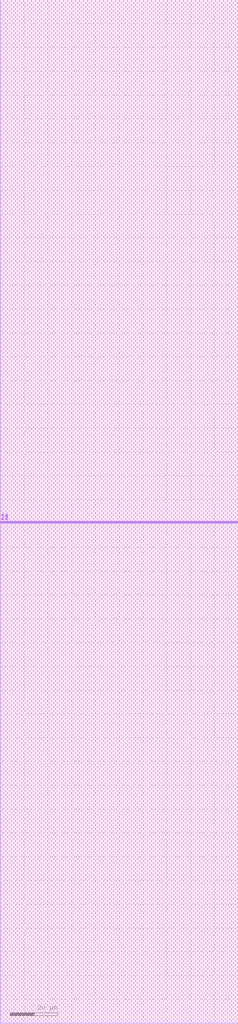
<source format=lef>
VERSION 5.6 ;
BUSBITCHARS "[]" ;
DIVIDERCHAR "/" ;

MACRO HM_100x400_4x4
  CLASS BLOCK ;
  FOREIGN HM_100x400_4x4 0 0 ;
  ORIGIN 0 0 ;
  SYMMETRY X Y ;
  SIZE 100 BY 430 ;
  PIN I1
    DIRECTION INPUT ;
    PORT
      LAYER metal3 ;
        RECT 0 210 0.140 210.070  ;
    END
  END I1
  PIN I2
    DIRECTION INPUT ;
    PORT
      LAYER metal3 ;
        RECT 0 210.280 0.140 210.350  ;
    END
  END I2 
  PIN I3
    DIRECTION INPUT ;
    PORT
      LAYER metal3 ;
        RECT 0 210.560 0.140 210.630  ;
    END
  END I3 
  PIN I4
    DIRECTION INPUT ;
    PORT
      LAYER metal3 ;
        RECT 0 210.840 0.140 210.910  ;
    END
  END I4 
  PIN O1 
    DIRECTION OUTPUT ;
    PORT
      LAYER metal3 ;
        RECT 99.860 210 100 210.070  ;
    END
  END O1 
  PIN O2 
    DIRECTION OUTPUT ;
    PORT
      LAYER metal3 ;
        RECT 99.860 210.280 100 210.350  ;
    END
  END O2 
  PIN O3 
    DIRECTION OUTPUT ;
    PORT
      LAYER metal3 ;
        RECT 99.860 210.560 100 210.630  ;
    END
  END O3 
  PIN O4 
    DIRECTION OUTPUT ;
    PORT
      LAYER metal3 ;
        RECT 99.860 210.840 100 210.910  ;
    END
  END O4
  OBS
      LAYER metal3 ;
        RECT 0 0 100 210 ;
        RECT 0.140 210 99.860 210.070 ;
        RECT 0 210.070 100 210.280 ;
        RECT 0.140 210.280 99.860 210.350 ;
        RECT 0 210.350 100 210.560 ;
        RECT 0.140 210.560 99.860 210.630 ;
        RECT 0 210.630 100 210.840 ;
        RECT 0.140 210.840 99.860 210.910 ;
        RECT 0 210.910 100 430 ;
  END
END HM_100x400_4x4 

MACRO HM_100x100_1x1
  CLASS BLOCK ;
  FOREIGN HM_100x100_1x1 0 0 ;
  ORIGIN 0 0 ;
  SYMMETRY X Y ;
  SIZE 100 BY 100 ;
  PIN I1
    DIRECTION INPUT ;
    PORT
      LAYER metal3 ;
        RECT 0 50 0.140 50.070  ;
    END
  END I1
  PIN O1 
    DIRECTION OUTPUT ;
    PORT
      LAYER metal3 ;
        RECT 99.860 50 100 50.070  ;
    END
  END O1 
  OBS
      LAYER metal3 ;
        RECT 0 0 100 50 ;
        RECT 0.140 50 99.860 50.070 ;
        RECT 0 50.070 100 100 ;
  END
END HM_100x100_1x1 

SITE DoubleHeightSite
  SYMMETRY X Y ;
  CLASS core ;
  SIZE 0.19 BY 2.8 ;
END DoubleHeightSite


SITE TripleHeightSite
  SYMMETRY Y ;
  CLASS core ;
  SIZE 0.19 BY 4.2 ;
END TripleHeightSite


SITE HybridG
 SYMMETRY X Y ;
 CLASS core ;
 SIZE 0.19 BY 1.4 ;
END HybridG

SITE HybridA
 SYMMETRY X Y ;
 CLASS core ;
 SIZE 0.19 BY 1.8 ;
END HybridA

SITE HybridAG
  SYMMETRY X Y ;
  CLASS core ;
  SIZE 0.19 BY 3.2 ;
  ROWPATTERN HybridA N HybridG FS ;
END HybridAG

SITE HybridAG2
  SYMMETRY X Y ;
  CLASS core ;
  SIZE 0.19 BY 3.2 ;
  ROWPATTERN HybridA FS HybridG N ;
END HybridAG2

SITE HybridGA
  SYMMETRY X Y ;
  CLASS core ;
  SIZE 0.19 BY 3.2 ;
  ROWPATTERN HybridG FS HybridA N ;
END HybridGA

MACRO MOCK_SINGLE
  CLASS CORE ;
  ORIGIN 0 0 ;
  FOREIGN AND2_X1 0 0 ;
  SIZE 0.76 BY 1.4 ;
  SYMMETRY X Y ;
  SITE FreePDK45_38x28_10R_NP_162NW_34O ;
  PIN A1 
  END A1
  PIN A2 
  END A2
  PIN ZN 
  END ZN
  PIN VDD 
  END VDD
  PIN VSS 
  END VSS
END MOCK_SINGLE

MACRO MOCK_DOUBLE
  CLASS CORE ;
  ORIGIN 0 0 ;
  FOREIGN AND2_X1 0 0 ;
  SIZE 0.76 BY 2.8 ;
  SYMMETRY X Y ;
  SITE DoubleHeightSite ;
  PIN A1 
  END A1
  PIN A2 
  END A2
  PIN ZN 
  END ZN
  PIN VDD 
  END VDD
  PIN VSS 
  END VSS
END MOCK_DOUBLE

MACRO MOCK_TRIPLE
  CLASS CORE ;
  ORIGIN 0 0 ;
  FOREIGN AND2_X1 0 0 ;
  SIZE 0.76 BY 4.2 ;
  SYMMETRY X Y ;
  SITE TripleHeightSite ;
  PIN A1 
  END A1
  PIN A2 
  END A2
  PIN ZN 
  END ZN
  PIN VDD 
  END VDD
  PIN VSS 
  END VSS
END MOCK_TRIPLE

MACRO MOCK_HYBRID_A
  CLASS CORE ;
  ORIGIN 0 0 ;
  SIZE 0.19 BY 1.8 ;
  SYMMETRY X Y ;
  SITE HybridA ;
  PIN A1 
  END A1
  PIN A2 
  END A2
  PIN ZN 
  END ZN
  PIN VDD 
  END VDD
  PIN VSS 
  END VSS
END MOCK_HYBRID_A

MACRO MOCK_HYBRID_G
  CLASS CORE ;
  ORIGIN 0 0 ;
  SIZE 0.19 BY 1.4 ;
  SYMMETRY X Y ;
  SITE HybridG ;
  PIN A1 
  END A1
  PIN A2 
  END A2
  PIN ZN 
  END ZN
  PIN VDD 
  END VDD
  PIN VSS 
  END VSS
END MOCK_HYBRID_G

MACRO MOCK_HYBRID_AG
  CLASS CORE ;
  ORIGIN 0 0 ;
  SIZE 0.19 BY 3.2 ;
  SYMMETRY X Y ;
  SITE HybridAG ;
  PIN A1 
  END A1
  PIN A2 
  END A2
  PIN ZN 
  END ZN
  PIN VDD 
  END VDD
  PIN VSS 
  END VSS
END MOCK_HYBRID_AG


MACRO MOCK_HYBRID_GA
  CLASS CORE ;
  ORIGIN 0 0 ;
  SIZE 0.19 BY 3.2 ;
  SYMMETRY X Y ;
  SITE HybridGA ;
  PIN A1 
  END A1
  PIN A2 
  END A2
  PIN ZN 
  END ZN
  PIN VDD 
  END VDD
  PIN VSS 
  END VSS
END MOCK_HYBRID_GA

</source>
